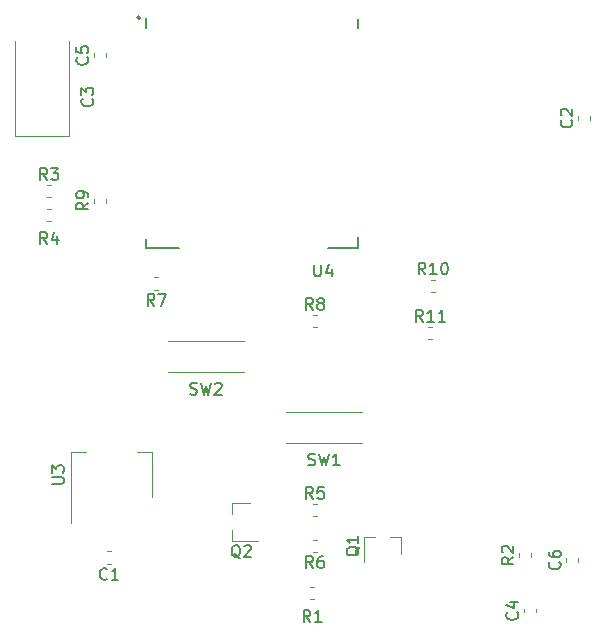
<source format=gto>
G04 #@! TF.GenerationSoftware,KiCad,Pcbnew,(5.0.0)*
G04 #@! TF.CreationDate,2019-06-18T20:36:07+02:00*
G04 #@! TF.ProjectId,PMS7003wifi,504D5337303033776966692E6B696361,rev?*
G04 #@! TF.SameCoordinates,Original*
G04 #@! TF.FileFunction,Legend,Top*
G04 #@! TF.FilePolarity,Positive*
%FSLAX46Y46*%
G04 Gerber Fmt 4.6, Leading zero omitted, Abs format (unit mm)*
G04 Created by KiCad (PCBNEW (5.0.0)) date 06/18/19 20:36:07*
%MOMM*%
%LPD*%
G01*
G04 APERTURE LIST*
%ADD10C,0.120000*%
%ADD11C,0.150000*%
G04 APERTURE END LIST*
D10*
G04 #@! TO.C,C1*
X179950279Y-97490000D02*
X179624721Y-97490000D01*
X179950279Y-98510000D02*
X179624721Y-98510000D01*
G04 #@! TO.C,C2*
X219490000Y-60950279D02*
X219490000Y-60624721D01*
X220510000Y-60950279D02*
X220510000Y-60624721D01*
G04 #@! TO.C,C3*
X171840000Y-54262500D02*
X171840000Y-62322500D01*
X171840000Y-62322500D02*
X176360000Y-62322500D01*
X176360000Y-62322500D02*
X176360000Y-54262500D01*
G04 #@! TO.C,C4*
X214890000Y-102650279D02*
X214890000Y-102324721D01*
X215910000Y-102650279D02*
X215910000Y-102324721D01*
G04 #@! TO.C,C5*
X179510000Y-55650279D02*
X179510000Y-55324721D01*
X178490000Y-55650279D02*
X178490000Y-55324721D01*
G04 #@! TO.C,C6*
X218490000Y-98375279D02*
X218490000Y-98049721D01*
X219510000Y-98375279D02*
X219510000Y-98049721D01*
G04 #@! TO.C,Q1*
X204530000Y-96240000D02*
X204530000Y-97700000D01*
X201370000Y-96240000D02*
X201370000Y-98400000D01*
X201370000Y-96240000D02*
X202300000Y-96240000D01*
X204530000Y-96240000D02*
X203600000Y-96240000D01*
G04 #@! TO.C,Q2*
X190240000Y-93420000D02*
X190240000Y-94350000D01*
X190240000Y-96580000D02*
X190240000Y-95650000D01*
X190240000Y-96580000D02*
X192400000Y-96580000D01*
X190240000Y-93420000D02*
X191700000Y-93420000D01*
G04 #@! TO.C,R1*
X196837221Y-101510000D02*
X197162779Y-101510000D01*
X196837221Y-100490000D02*
X197162779Y-100490000D01*
G04 #@! TO.C,R2*
X214490000Y-97950279D02*
X214490000Y-97624721D01*
X215510000Y-97950279D02*
X215510000Y-97624721D01*
G04 #@! TO.C,R3*
X174549721Y-66490000D02*
X174875279Y-66490000D01*
X174549721Y-67510000D02*
X174875279Y-67510000D01*
G04 #@! TO.C,R4*
X174549721Y-69510000D02*
X174875279Y-69510000D01*
X174549721Y-68490000D02*
X174875279Y-68490000D01*
G04 #@! TO.C,R5*
X197049721Y-94510000D02*
X197375279Y-94510000D01*
X197049721Y-93490000D02*
X197375279Y-93490000D01*
G04 #@! TO.C,R6*
X197375279Y-97510000D02*
X197049721Y-97510000D01*
X197375279Y-96490000D02*
X197049721Y-96490000D01*
G04 #@! TO.C,R7*
X183962779Y-75310000D02*
X183637221Y-75310000D01*
X183962779Y-74290000D02*
X183637221Y-74290000D01*
G04 #@! TO.C,R8*
X197049721Y-77490000D02*
X197375279Y-77490000D01*
X197049721Y-78510000D02*
X197375279Y-78510000D01*
G04 #@! TO.C,R9*
X179510000Y-67950279D02*
X179510000Y-67624721D01*
X178490000Y-67950279D02*
X178490000Y-67624721D01*
G04 #@! TO.C,SW1*
X201250000Y-88300000D02*
X194750000Y-88300000D01*
X194750000Y-85700000D02*
X201250000Y-85700000D01*
G04 #@! TO.C,SW2*
X191250000Y-82300000D02*
X184750000Y-82300000D01*
X184750000Y-79700000D02*
X191250000Y-79700000D01*
G04 #@! TO.C,U3*
X183410000Y-89090000D02*
X182150000Y-89090000D01*
X176590000Y-89090000D02*
X177850000Y-89090000D01*
X183410000Y-92850000D02*
X183410000Y-89090000D01*
X176590000Y-95100000D02*
X176590000Y-89090000D01*
D11*
G04 #@! TO.C,U4*
X200900000Y-52400000D02*
X200900000Y-53200000D01*
X198300000Y-71800000D02*
X200900000Y-71800000D01*
X200900000Y-71800000D02*
X200900000Y-70900000D01*
X185700000Y-71800000D02*
X182900000Y-71800000D01*
X182900000Y-71800000D02*
X182900000Y-71000000D01*
X182900000Y-52300000D02*
X182900000Y-53200000D01*
X182441421Y-52300000D02*
G75*
G03X182441421Y-52300000I-141421J0D01*
G01*
D10*
G04 #@! TO.C,R10*
X207049721Y-74490000D02*
X207375279Y-74490000D01*
X207049721Y-75510000D02*
X207375279Y-75510000D01*
G04 #@! TO.C,R11*
X206837221Y-79510000D02*
X207162779Y-79510000D01*
X206837221Y-78490000D02*
X207162779Y-78490000D01*
G04 #@! TO.C,C1*
D11*
X179620833Y-99787142D02*
X179573214Y-99834761D01*
X179430357Y-99882380D01*
X179335119Y-99882380D01*
X179192261Y-99834761D01*
X179097023Y-99739523D01*
X179049404Y-99644285D01*
X179001785Y-99453809D01*
X179001785Y-99310952D01*
X179049404Y-99120476D01*
X179097023Y-99025238D01*
X179192261Y-98930000D01*
X179335119Y-98882380D01*
X179430357Y-98882380D01*
X179573214Y-98930000D01*
X179620833Y-98977619D01*
X180573214Y-99882380D02*
X180001785Y-99882380D01*
X180287500Y-99882380D02*
X180287500Y-98882380D01*
X180192261Y-99025238D01*
X180097023Y-99120476D01*
X180001785Y-99168095D01*
G04 #@! TO.C,C2*
X218927142Y-60954166D02*
X218974761Y-61001785D01*
X219022380Y-61144642D01*
X219022380Y-61239880D01*
X218974761Y-61382738D01*
X218879523Y-61477976D01*
X218784285Y-61525595D01*
X218593809Y-61573214D01*
X218450952Y-61573214D01*
X218260476Y-61525595D01*
X218165238Y-61477976D01*
X218070000Y-61382738D01*
X218022380Y-61239880D01*
X218022380Y-61144642D01*
X218070000Y-61001785D01*
X218117619Y-60954166D01*
X218117619Y-60573214D02*
X218070000Y-60525595D01*
X218022380Y-60430357D01*
X218022380Y-60192261D01*
X218070000Y-60097023D01*
X218117619Y-60049404D01*
X218212857Y-60001785D01*
X218308095Y-60001785D01*
X218450952Y-60049404D01*
X219022380Y-60620833D01*
X219022380Y-60001785D01*
G04 #@! TO.C,C3*
X178357142Y-59166666D02*
X178404761Y-59214285D01*
X178452380Y-59357142D01*
X178452380Y-59452380D01*
X178404761Y-59595238D01*
X178309523Y-59690476D01*
X178214285Y-59738095D01*
X178023809Y-59785714D01*
X177880952Y-59785714D01*
X177690476Y-59738095D01*
X177595238Y-59690476D01*
X177500000Y-59595238D01*
X177452380Y-59452380D01*
X177452380Y-59357142D01*
X177500000Y-59214285D01*
X177547619Y-59166666D01*
X177452380Y-58833333D02*
X177452380Y-58214285D01*
X177833333Y-58547619D01*
X177833333Y-58404761D01*
X177880952Y-58309523D01*
X177928571Y-58261904D01*
X178023809Y-58214285D01*
X178261904Y-58214285D01*
X178357142Y-58261904D01*
X178404761Y-58309523D01*
X178452380Y-58404761D01*
X178452380Y-58690476D01*
X178404761Y-58785714D01*
X178357142Y-58833333D01*
G04 #@! TO.C,C4*
X214327142Y-102654166D02*
X214374761Y-102701785D01*
X214422380Y-102844642D01*
X214422380Y-102939880D01*
X214374761Y-103082738D01*
X214279523Y-103177976D01*
X214184285Y-103225595D01*
X213993809Y-103273214D01*
X213850952Y-103273214D01*
X213660476Y-103225595D01*
X213565238Y-103177976D01*
X213470000Y-103082738D01*
X213422380Y-102939880D01*
X213422380Y-102844642D01*
X213470000Y-102701785D01*
X213517619Y-102654166D01*
X213755714Y-101797023D02*
X214422380Y-101797023D01*
X213374761Y-102035119D02*
X214089047Y-102273214D01*
X214089047Y-101654166D01*
G04 #@! TO.C,C5*
X177927142Y-55654166D02*
X177974761Y-55701785D01*
X178022380Y-55844642D01*
X178022380Y-55939880D01*
X177974761Y-56082738D01*
X177879523Y-56177976D01*
X177784285Y-56225595D01*
X177593809Y-56273214D01*
X177450952Y-56273214D01*
X177260476Y-56225595D01*
X177165238Y-56177976D01*
X177070000Y-56082738D01*
X177022380Y-55939880D01*
X177022380Y-55844642D01*
X177070000Y-55701785D01*
X177117619Y-55654166D01*
X177022380Y-54749404D02*
X177022380Y-55225595D01*
X177498571Y-55273214D01*
X177450952Y-55225595D01*
X177403333Y-55130357D01*
X177403333Y-54892261D01*
X177450952Y-54797023D01*
X177498571Y-54749404D01*
X177593809Y-54701785D01*
X177831904Y-54701785D01*
X177927142Y-54749404D01*
X177974761Y-54797023D01*
X178022380Y-54892261D01*
X178022380Y-55130357D01*
X177974761Y-55225595D01*
X177927142Y-55273214D01*
G04 #@! TO.C,C6*
X217927142Y-98379166D02*
X217974761Y-98426785D01*
X218022380Y-98569642D01*
X218022380Y-98664880D01*
X217974761Y-98807738D01*
X217879523Y-98902976D01*
X217784285Y-98950595D01*
X217593809Y-98998214D01*
X217450952Y-98998214D01*
X217260476Y-98950595D01*
X217165238Y-98902976D01*
X217070000Y-98807738D01*
X217022380Y-98664880D01*
X217022380Y-98569642D01*
X217070000Y-98426785D01*
X217117619Y-98379166D01*
X217022380Y-97522023D02*
X217022380Y-97712500D01*
X217070000Y-97807738D01*
X217117619Y-97855357D01*
X217260476Y-97950595D01*
X217450952Y-97998214D01*
X217831904Y-97998214D01*
X217927142Y-97950595D01*
X217974761Y-97902976D01*
X218022380Y-97807738D01*
X218022380Y-97617261D01*
X217974761Y-97522023D01*
X217927142Y-97474404D01*
X217831904Y-97426785D01*
X217593809Y-97426785D01*
X217498571Y-97474404D01*
X217450952Y-97522023D01*
X217403333Y-97617261D01*
X217403333Y-97807738D01*
X217450952Y-97902976D01*
X217498571Y-97950595D01*
X217593809Y-97998214D01*
G04 #@! TO.C,Q1*
X200997619Y-97095238D02*
X200950000Y-97190476D01*
X200854761Y-97285714D01*
X200711904Y-97428571D01*
X200664285Y-97523809D01*
X200664285Y-97619047D01*
X200902380Y-97571428D02*
X200854761Y-97666666D01*
X200759523Y-97761904D01*
X200569047Y-97809523D01*
X200235714Y-97809523D01*
X200045238Y-97761904D01*
X199950000Y-97666666D01*
X199902380Y-97571428D01*
X199902380Y-97380952D01*
X199950000Y-97285714D01*
X200045238Y-97190476D01*
X200235714Y-97142857D01*
X200569047Y-97142857D01*
X200759523Y-97190476D01*
X200854761Y-97285714D01*
X200902380Y-97380952D01*
X200902380Y-97571428D01*
X200902380Y-96190476D02*
X200902380Y-96761904D01*
X200902380Y-96476190D02*
X199902380Y-96476190D01*
X200045238Y-96571428D01*
X200140476Y-96666666D01*
X200188095Y-96761904D01*
G04 #@! TO.C,Q2*
X190904761Y-98047619D02*
X190809523Y-98000000D01*
X190714285Y-97904761D01*
X190571428Y-97761904D01*
X190476190Y-97714285D01*
X190380952Y-97714285D01*
X190428571Y-97952380D02*
X190333333Y-97904761D01*
X190238095Y-97809523D01*
X190190476Y-97619047D01*
X190190476Y-97285714D01*
X190238095Y-97095238D01*
X190333333Y-97000000D01*
X190428571Y-96952380D01*
X190619047Y-96952380D01*
X190714285Y-97000000D01*
X190809523Y-97095238D01*
X190857142Y-97285714D01*
X190857142Y-97619047D01*
X190809523Y-97809523D01*
X190714285Y-97904761D01*
X190619047Y-97952380D01*
X190428571Y-97952380D01*
X191238095Y-97047619D02*
X191285714Y-97000000D01*
X191380952Y-96952380D01*
X191619047Y-96952380D01*
X191714285Y-97000000D01*
X191761904Y-97047619D01*
X191809523Y-97142857D01*
X191809523Y-97238095D01*
X191761904Y-97380952D01*
X191190476Y-97952380D01*
X191809523Y-97952380D01*
G04 #@! TO.C,R1*
X196833333Y-103452380D02*
X196500000Y-102976190D01*
X196261904Y-103452380D02*
X196261904Y-102452380D01*
X196642857Y-102452380D01*
X196738095Y-102500000D01*
X196785714Y-102547619D01*
X196833333Y-102642857D01*
X196833333Y-102785714D01*
X196785714Y-102880952D01*
X196738095Y-102928571D01*
X196642857Y-102976190D01*
X196261904Y-102976190D01*
X197785714Y-103452380D02*
X197214285Y-103452380D01*
X197500000Y-103452380D02*
X197500000Y-102452380D01*
X197404761Y-102595238D01*
X197309523Y-102690476D01*
X197214285Y-102738095D01*
G04 #@! TO.C,R2*
X214022380Y-97954166D02*
X213546190Y-98287500D01*
X214022380Y-98525595D02*
X213022380Y-98525595D01*
X213022380Y-98144642D01*
X213070000Y-98049404D01*
X213117619Y-98001785D01*
X213212857Y-97954166D01*
X213355714Y-97954166D01*
X213450952Y-98001785D01*
X213498571Y-98049404D01*
X213546190Y-98144642D01*
X213546190Y-98525595D01*
X213117619Y-97573214D02*
X213070000Y-97525595D01*
X213022380Y-97430357D01*
X213022380Y-97192261D01*
X213070000Y-97097023D01*
X213117619Y-97049404D01*
X213212857Y-97001785D01*
X213308095Y-97001785D01*
X213450952Y-97049404D01*
X214022380Y-97620833D01*
X214022380Y-97001785D01*
G04 #@! TO.C,R3*
X174545833Y-66022380D02*
X174212500Y-65546190D01*
X173974404Y-66022380D02*
X173974404Y-65022380D01*
X174355357Y-65022380D01*
X174450595Y-65070000D01*
X174498214Y-65117619D01*
X174545833Y-65212857D01*
X174545833Y-65355714D01*
X174498214Y-65450952D01*
X174450595Y-65498571D01*
X174355357Y-65546190D01*
X173974404Y-65546190D01*
X174879166Y-65022380D02*
X175498214Y-65022380D01*
X175164880Y-65403333D01*
X175307738Y-65403333D01*
X175402976Y-65450952D01*
X175450595Y-65498571D01*
X175498214Y-65593809D01*
X175498214Y-65831904D01*
X175450595Y-65927142D01*
X175402976Y-65974761D01*
X175307738Y-66022380D01*
X175022023Y-66022380D01*
X174926785Y-65974761D01*
X174879166Y-65927142D01*
G04 #@! TO.C,R4*
X174545833Y-71452380D02*
X174212500Y-70976190D01*
X173974404Y-71452380D02*
X173974404Y-70452380D01*
X174355357Y-70452380D01*
X174450595Y-70500000D01*
X174498214Y-70547619D01*
X174545833Y-70642857D01*
X174545833Y-70785714D01*
X174498214Y-70880952D01*
X174450595Y-70928571D01*
X174355357Y-70976190D01*
X173974404Y-70976190D01*
X175402976Y-70785714D02*
X175402976Y-71452380D01*
X175164880Y-70404761D02*
X174926785Y-71119047D01*
X175545833Y-71119047D01*
G04 #@! TO.C,R5*
X197045833Y-93022380D02*
X196712500Y-92546190D01*
X196474404Y-93022380D02*
X196474404Y-92022380D01*
X196855357Y-92022380D01*
X196950595Y-92070000D01*
X196998214Y-92117619D01*
X197045833Y-92212857D01*
X197045833Y-92355714D01*
X196998214Y-92450952D01*
X196950595Y-92498571D01*
X196855357Y-92546190D01*
X196474404Y-92546190D01*
X197950595Y-92022380D02*
X197474404Y-92022380D01*
X197426785Y-92498571D01*
X197474404Y-92450952D01*
X197569642Y-92403333D01*
X197807738Y-92403333D01*
X197902976Y-92450952D01*
X197950595Y-92498571D01*
X197998214Y-92593809D01*
X197998214Y-92831904D01*
X197950595Y-92927142D01*
X197902976Y-92974761D01*
X197807738Y-93022380D01*
X197569642Y-93022380D01*
X197474404Y-92974761D01*
X197426785Y-92927142D01*
G04 #@! TO.C,R6*
X197045833Y-98882380D02*
X196712500Y-98406190D01*
X196474404Y-98882380D02*
X196474404Y-97882380D01*
X196855357Y-97882380D01*
X196950595Y-97930000D01*
X196998214Y-97977619D01*
X197045833Y-98072857D01*
X197045833Y-98215714D01*
X196998214Y-98310952D01*
X196950595Y-98358571D01*
X196855357Y-98406190D01*
X196474404Y-98406190D01*
X197902976Y-97882380D02*
X197712500Y-97882380D01*
X197617261Y-97930000D01*
X197569642Y-97977619D01*
X197474404Y-98120476D01*
X197426785Y-98310952D01*
X197426785Y-98691904D01*
X197474404Y-98787142D01*
X197522023Y-98834761D01*
X197617261Y-98882380D01*
X197807738Y-98882380D01*
X197902976Y-98834761D01*
X197950595Y-98787142D01*
X197998214Y-98691904D01*
X197998214Y-98453809D01*
X197950595Y-98358571D01*
X197902976Y-98310952D01*
X197807738Y-98263333D01*
X197617261Y-98263333D01*
X197522023Y-98310952D01*
X197474404Y-98358571D01*
X197426785Y-98453809D01*
G04 #@! TO.C,R7*
X183633333Y-76682380D02*
X183300000Y-76206190D01*
X183061904Y-76682380D02*
X183061904Y-75682380D01*
X183442857Y-75682380D01*
X183538095Y-75730000D01*
X183585714Y-75777619D01*
X183633333Y-75872857D01*
X183633333Y-76015714D01*
X183585714Y-76110952D01*
X183538095Y-76158571D01*
X183442857Y-76206190D01*
X183061904Y-76206190D01*
X183966666Y-75682380D02*
X184633333Y-75682380D01*
X184204761Y-76682380D01*
G04 #@! TO.C,R8*
X197045833Y-77022380D02*
X196712500Y-76546190D01*
X196474404Y-77022380D02*
X196474404Y-76022380D01*
X196855357Y-76022380D01*
X196950595Y-76070000D01*
X196998214Y-76117619D01*
X197045833Y-76212857D01*
X197045833Y-76355714D01*
X196998214Y-76450952D01*
X196950595Y-76498571D01*
X196855357Y-76546190D01*
X196474404Y-76546190D01*
X197617261Y-76450952D02*
X197522023Y-76403333D01*
X197474404Y-76355714D01*
X197426785Y-76260476D01*
X197426785Y-76212857D01*
X197474404Y-76117619D01*
X197522023Y-76070000D01*
X197617261Y-76022380D01*
X197807738Y-76022380D01*
X197902976Y-76070000D01*
X197950595Y-76117619D01*
X197998214Y-76212857D01*
X197998214Y-76260476D01*
X197950595Y-76355714D01*
X197902976Y-76403333D01*
X197807738Y-76450952D01*
X197617261Y-76450952D01*
X197522023Y-76498571D01*
X197474404Y-76546190D01*
X197426785Y-76641428D01*
X197426785Y-76831904D01*
X197474404Y-76927142D01*
X197522023Y-76974761D01*
X197617261Y-77022380D01*
X197807738Y-77022380D01*
X197902976Y-76974761D01*
X197950595Y-76927142D01*
X197998214Y-76831904D01*
X197998214Y-76641428D01*
X197950595Y-76546190D01*
X197902976Y-76498571D01*
X197807738Y-76450952D01*
G04 #@! TO.C,R9*
X178022380Y-67954166D02*
X177546190Y-68287500D01*
X178022380Y-68525595D02*
X177022380Y-68525595D01*
X177022380Y-68144642D01*
X177070000Y-68049404D01*
X177117619Y-68001785D01*
X177212857Y-67954166D01*
X177355714Y-67954166D01*
X177450952Y-68001785D01*
X177498571Y-68049404D01*
X177546190Y-68144642D01*
X177546190Y-68525595D01*
X178022380Y-67477976D02*
X178022380Y-67287500D01*
X177974761Y-67192261D01*
X177927142Y-67144642D01*
X177784285Y-67049404D01*
X177593809Y-67001785D01*
X177212857Y-67001785D01*
X177117619Y-67049404D01*
X177070000Y-67097023D01*
X177022380Y-67192261D01*
X177022380Y-67382738D01*
X177070000Y-67477976D01*
X177117619Y-67525595D01*
X177212857Y-67573214D01*
X177450952Y-67573214D01*
X177546190Y-67525595D01*
X177593809Y-67477976D01*
X177641428Y-67382738D01*
X177641428Y-67192261D01*
X177593809Y-67097023D01*
X177546190Y-67049404D01*
X177450952Y-67001785D01*
G04 #@! TO.C,SW1*
X196666666Y-90154761D02*
X196809523Y-90202380D01*
X197047619Y-90202380D01*
X197142857Y-90154761D01*
X197190476Y-90107142D01*
X197238095Y-90011904D01*
X197238095Y-89916666D01*
X197190476Y-89821428D01*
X197142857Y-89773809D01*
X197047619Y-89726190D01*
X196857142Y-89678571D01*
X196761904Y-89630952D01*
X196714285Y-89583333D01*
X196666666Y-89488095D01*
X196666666Y-89392857D01*
X196714285Y-89297619D01*
X196761904Y-89250000D01*
X196857142Y-89202380D01*
X197095238Y-89202380D01*
X197238095Y-89250000D01*
X197571428Y-89202380D02*
X197809523Y-90202380D01*
X198000000Y-89488095D01*
X198190476Y-90202380D01*
X198428571Y-89202380D01*
X199333333Y-90202380D02*
X198761904Y-90202380D01*
X199047619Y-90202380D02*
X199047619Y-89202380D01*
X198952380Y-89345238D01*
X198857142Y-89440476D01*
X198761904Y-89488095D01*
G04 #@! TO.C,SW2*
X186666666Y-84154761D02*
X186809523Y-84202380D01*
X187047619Y-84202380D01*
X187142857Y-84154761D01*
X187190476Y-84107142D01*
X187238095Y-84011904D01*
X187238095Y-83916666D01*
X187190476Y-83821428D01*
X187142857Y-83773809D01*
X187047619Y-83726190D01*
X186857142Y-83678571D01*
X186761904Y-83630952D01*
X186714285Y-83583333D01*
X186666666Y-83488095D01*
X186666666Y-83392857D01*
X186714285Y-83297619D01*
X186761904Y-83250000D01*
X186857142Y-83202380D01*
X187095238Y-83202380D01*
X187238095Y-83250000D01*
X187571428Y-83202380D02*
X187809523Y-84202380D01*
X188000000Y-83488095D01*
X188190476Y-84202380D01*
X188428571Y-83202380D01*
X188761904Y-83297619D02*
X188809523Y-83250000D01*
X188904761Y-83202380D01*
X189142857Y-83202380D01*
X189238095Y-83250000D01*
X189285714Y-83297619D01*
X189333333Y-83392857D01*
X189333333Y-83488095D01*
X189285714Y-83630952D01*
X188714285Y-84202380D01*
X189333333Y-84202380D01*
G04 #@! TO.C,U3*
X174952380Y-91761904D02*
X175761904Y-91761904D01*
X175857142Y-91714285D01*
X175904761Y-91666666D01*
X175952380Y-91571428D01*
X175952380Y-91380952D01*
X175904761Y-91285714D01*
X175857142Y-91238095D01*
X175761904Y-91190476D01*
X174952380Y-91190476D01*
X174952380Y-90809523D02*
X174952380Y-90190476D01*
X175333333Y-90523809D01*
X175333333Y-90380952D01*
X175380952Y-90285714D01*
X175428571Y-90238095D01*
X175523809Y-90190476D01*
X175761904Y-90190476D01*
X175857142Y-90238095D01*
X175904761Y-90285714D01*
X175952380Y-90380952D01*
X175952380Y-90666666D01*
X175904761Y-90761904D01*
X175857142Y-90809523D01*
G04 #@! TO.C,U4*
X197168095Y-73202380D02*
X197168095Y-74011904D01*
X197215714Y-74107142D01*
X197263333Y-74154761D01*
X197358571Y-74202380D01*
X197549047Y-74202380D01*
X197644285Y-74154761D01*
X197691904Y-74107142D01*
X197739523Y-74011904D01*
X197739523Y-73202380D01*
X198644285Y-73535714D02*
X198644285Y-74202380D01*
X198406190Y-73154761D02*
X198168095Y-73869047D01*
X198787142Y-73869047D01*
G04 #@! TO.C,R10*
X206569642Y-74022380D02*
X206236309Y-73546190D01*
X205998214Y-74022380D02*
X205998214Y-73022380D01*
X206379166Y-73022380D01*
X206474404Y-73070000D01*
X206522023Y-73117619D01*
X206569642Y-73212857D01*
X206569642Y-73355714D01*
X206522023Y-73450952D01*
X206474404Y-73498571D01*
X206379166Y-73546190D01*
X205998214Y-73546190D01*
X207522023Y-74022380D02*
X206950595Y-74022380D01*
X207236309Y-74022380D02*
X207236309Y-73022380D01*
X207141071Y-73165238D01*
X207045833Y-73260476D01*
X206950595Y-73308095D01*
X208141071Y-73022380D02*
X208236309Y-73022380D01*
X208331547Y-73070000D01*
X208379166Y-73117619D01*
X208426785Y-73212857D01*
X208474404Y-73403333D01*
X208474404Y-73641428D01*
X208426785Y-73831904D01*
X208379166Y-73927142D01*
X208331547Y-73974761D01*
X208236309Y-74022380D01*
X208141071Y-74022380D01*
X208045833Y-73974761D01*
X207998214Y-73927142D01*
X207950595Y-73831904D01*
X207902976Y-73641428D01*
X207902976Y-73403333D01*
X207950595Y-73212857D01*
X207998214Y-73117619D01*
X208045833Y-73070000D01*
X208141071Y-73022380D01*
G04 #@! TO.C,R11*
X206357142Y-78022380D02*
X206023809Y-77546190D01*
X205785714Y-78022380D02*
X205785714Y-77022380D01*
X206166666Y-77022380D01*
X206261904Y-77070000D01*
X206309523Y-77117619D01*
X206357142Y-77212857D01*
X206357142Y-77355714D01*
X206309523Y-77450952D01*
X206261904Y-77498571D01*
X206166666Y-77546190D01*
X205785714Y-77546190D01*
X207309523Y-78022380D02*
X206738095Y-78022380D01*
X207023809Y-78022380D02*
X207023809Y-77022380D01*
X206928571Y-77165238D01*
X206833333Y-77260476D01*
X206738095Y-77308095D01*
X208261904Y-78022380D02*
X207690476Y-78022380D01*
X207976190Y-78022380D02*
X207976190Y-77022380D01*
X207880952Y-77165238D01*
X207785714Y-77260476D01*
X207690476Y-77308095D01*
G04 #@! TO.C, *
G04 #@! TD*
M02*

</source>
